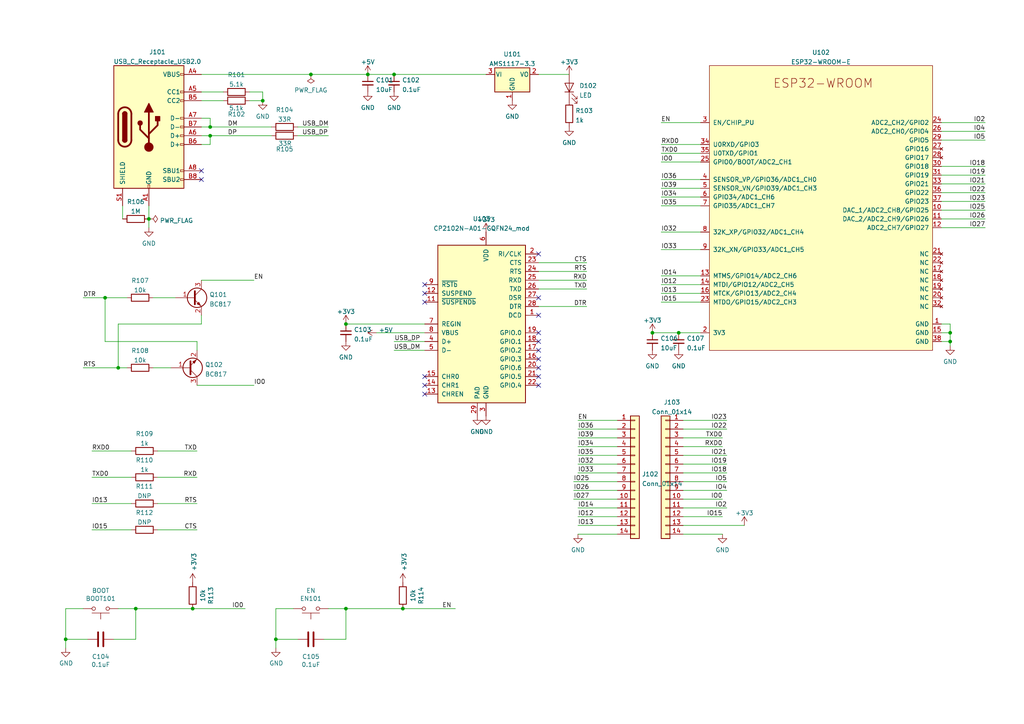
<source format=kicad_sch>
(kicad_sch (version 20211123) (generator eeschema)
  (paper "A4")
  (lib_symbols
    (symbol "Connector:USB_C_Receptacle_USB2.0" (pin_names (offset 1.016))
      (property "Reference" "J" (at -10.16 19.05 0))
      (property "Value" "USB_C_Receptacle_USB2.0" (at 19.05 19.05 0))
      (symbol "USB_C_Receptacle_USB2.0_0_0"
        (rectangle (start -0.254 -17.78) (end 0.254 -16.764))
        (rectangle (start 10.16 -14.986) (end 9.144 -15.494))
        (rectangle (start 10.16 -12.446) (end 9.144 -12.954))
        (rectangle (start 10.16 -4.826) (end 9.144 -5.334))
        (rectangle (start 10.16 -2.286) (end 9.144 -2.794))
        (rectangle (start 10.16 0.254) (end 9.144 -0.254))
        (rectangle (start 10.16 2.794) (end 9.144 2.286))
        (rectangle (start 10.16 7.874) (end 9.144 7.366))
        (rectangle (start 10.16 10.414) (end 9.144 9.906))
        (rectangle (start 10.16 15.494) (end 9.144 14.986))
      )
      (symbol "USB_C_Receptacle_USB2.0_0_1"
        (rectangle (start -10.16 17.78) (end 10.16 -17.78) (stroke (width 0.254)) (fill (type background)))
        (arc (start -8.89 -3.81) (mid -6.985 -5.715) (end -5.08 -3.81) (stroke (width 0.508)))
        (arc (start -7.62 -3.81) (mid -6.985 -4.445) (end -6.35 -3.81) (stroke (width 0.254)))
        (arc (start -7.62 -3.81) (mid -6.985 -4.445) (end -6.35 -3.81) (stroke (width 0.254)) (fill (type outline)))
        (rectangle (start -7.62 -3.81) (end -6.35 3.81) (stroke (width 0.254)) (fill (type outline)))
        (arc (start -6.35 3.81) (mid -6.985 4.445) (end -7.62 3.81) (stroke (width 0.254)))
        (arc (start -6.35 3.81) (mid -6.985 4.445) (end -7.62 3.81) (stroke (width 0.254)) (fill (type outline)))
        (arc (start -5.08 3.81) (mid -6.985 5.715) (end -8.89 3.81) (stroke (width 0.508)))
        (circle (center -2.54 1.143) (radius 0.635) (stroke (width 0.254)) (fill (type outline)))
        (circle (center 0 -5.842) (radius 1.27) (fill (type outline)))
        (polyline (pts (xy -8.89 -3.81) (xy -8.89 3.81)) (stroke (width 0.508)))
        (polyline (pts (xy -5.08 3.81) (xy -5.08 -3.81)) (stroke (width 0.508)))
        (polyline (pts (xy 0 -5.842) (xy 0 4.318)) (stroke (width 0.508)))
        (polyline (pts (xy 0 -3.302) (xy -2.54 -0.762) (xy -2.54 0.508)) (stroke (width 0.508)))
        (polyline (pts (xy 0 -2.032) (xy 2.54 0.508) (xy 2.54 1.778)) (stroke (width 0.508)))
        (polyline (pts (xy -1.27 4.318) (xy 0 6.858) (xy 1.27 4.318) (xy -1.27 4.318)) (stroke (width 0.254)) (fill (type outline)))
        (rectangle (start 1.905 1.778) (end 3.175 3.048) (stroke (width 0.254)) (fill (type outline)))
      )
      (symbol "USB_C_Receptacle_USB2.0_1_1"
        (pin power_in line (at 0 -22.86 90) (length 5.08) (name "GND") (number "A1"))
        (pin power_in line (at 0 -22.86 90) (length 5.08) hide (name "GND") (number "A12"))
        (pin power_in line (at 15.24 15.24 180) (length 5.08) (name "VBUS") (number "A4"))
        (pin bidirectional line (at 15.24 10.16 180) (length 5.08) (name "CC1") (number "A5"))
        (pin bidirectional line (at 15.24 -2.54 180) (length 5.08) (name "D+") (number "A6"))
        (pin bidirectional line (at 15.24 2.54 180) (length 5.08) (name "D-") (number "A7"))
        (pin bidirectional line (at 15.24 -12.7 180) (length 5.08) (name "SBU1") (number "A8"))
        (pin power_in line (at 15.24 15.24 180) (length 5.08) hide (name "VBUS") (number "A9"))
        (pin power_in line (at 0 -22.86 90) (length 5.08) hide (name "GND") (number "B1"))
        (pin power_in line (at 0 -22.86 90) (length 5.08) hide (name "GND") (number "B12"))
        (pin power_in line (at 15.24 15.24 180) (length 5.08) hide (name "VBUS") (number "B4"))
        (pin bidirectional line (at 15.24 7.62 180) (length 5.08) (name "CC2") (number "B5"))
        (pin bidirectional line (at 15.24 -5.08 180) (length 5.08) (name "D+") (number "B6"))
        (pin bidirectional line (at 15.24 0 180) (length 5.08) (name "D-") (number "B7"))
        (pin bidirectional line (at 15.24 -15.24 180) (length 5.08) (name "SBU2") (number "B8"))
        (pin power_in line (at 15.24 15.24 180) (length 5.08) hide (name "VBUS") (number "B9"))
        (pin passive line (at -7.62 -22.86 90) (length 5.08) (name "SHIELD") (number "S1"))
      )
    )
    (symbol "Connector_Generic:Conn_01x14" (pin_names (offset 1.016) hide)
      (property "Reference" "J" (at 0 17.78 0))
      (property "Value" "Conn_01x14" (at 0 -20.32 0))
      (symbol "Conn_01x14_1_1"
        (rectangle (start -1.27 -17.653) (end 0 -17.907) (stroke (width 0.1524)))
        (rectangle (start -1.27 -15.113) (end 0 -15.367) (stroke (width 0.1524)))
        (rectangle (start -1.27 -12.573) (end 0 -12.827) (stroke (width 0.1524)))
        (rectangle (start -1.27 -10.033) (end 0 -10.287) (stroke (width 0.1524)))
        (rectangle (start -1.27 -7.493) (end 0 -7.747) (stroke (width 0.1524)))
        (rectangle (start -1.27 -4.953) (end 0 -5.207) (stroke (width 0.1524)))
        (rectangle (start -1.27 -2.413) (end 0 -2.667) (stroke (width 0.1524)))
        (rectangle (start -1.27 0.127) (end 0 -0.127) (stroke (width 0.1524)))
        (rectangle (start -1.27 2.667) (end 0 2.413) (stroke (width 0.1524)))
        (rectangle (start -1.27 5.207) (end 0 4.953) (stroke (width 0.1524)))
        (rectangle (start -1.27 7.747) (end 0 7.493) (stroke (width 0.1524)))
        (rectangle (start -1.27 10.287) (end 0 10.033) (stroke (width 0.1524)))
        (rectangle (start -1.27 12.827) (end 0 12.573) (stroke (width 0.1524)))
        (rectangle (start -1.27 15.367) (end 0 15.113) (stroke (width 0.1524)))
        (rectangle (start -1.27 16.51) (end 1.27 -19.05) (stroke (width 0.254)) (fill (type background)))
        (pin passive line (at -5.08 15.24 0) (length 3.81) (name "Pin_1") (number "1"))
        (pin passive line (at -5.08 -7.62 0) (length 3.81) (name "Pin_10") (number "10"))
        (pin passive line (at -5.08 -10.16 0) (length 3.81) (name "Pin_11") (number "11"))
        (pin passive line (at -5.08 -12.7 0) (length 3.81) (name "Pin_12") (number "12"))
        (pin passive line (at -5.08 -15.24 0) (length 3.81) (name "Pin_13") (number "13"))
        (pin passive line (at -5.08 -17.78 0) (length 3.81) (name "Pin_14") (number "14"))
        (pin passive line (at -5.08 12.7 0) (length 3.81) (name "Pin_2") (number "2"))
        (pin passive line (at -5.08 10.16 0) (length 3.81) (name "Pin_3") (number "3"))
        (pin passive line (at -5.08 7.62 0) (length 3.81) (name "Pin_4") (number "4"))
        (pin passive line (at -5.08 5.08 0) (length 3.81) (name "Pin_5") (number "5"))
        (pin passive line (at -5.08 2.54 0) (length 3.81) (name "Pin_6") (number "6"))
        (pin passive line (at -5.08 0 0) (length 3.81) (name "Pin_7") (number "7"))
        (pin passive line (at -5.08 -2.54 0) (length 3.81) (name "Pin_8") (number "8"))
        (pin passive line (at -5.08 -5.08 0) (length 3.81) (name "Pin_9") (number "9"))
      )
    )
    (symbol "Device:C" (pin_numbers hide) (pin_names (offset 0.254))
      (property "Reference" "C" (at 0.635 2.54 0))
      (property "Value" "C" (at 0.635 -2.54 0))
      (symbol "C_0_1"
        (polyline (pts (xy -2.032 -0.762) (xy 2.032 -0.762)) (stroke (width 0.508)))
        (polyline (pts (xy -2.032 0.762) (xy 2.032 0.762)) (stroke (width 0.508)))
      )
      (symbol "C_1_1"
        (pin passive line (at 0 3.81 270) (length 2.794) (name "~") (number "1"))
        (pin passive line (at 0 -3.81 90) (length 2.794) (name "~") (number "2"))
      )
    )
    (symbol "Device:C_Small" (pin_numbers hide) (pin_names (offset 0.254) hide)
      (property "Reference" "C" (at 0.254 1.778 0))
      (property "Value" "C_Small" (at 0.254 -2.032 0))
      (symbol "C_Small_0_1"
        (polyline (pts (xy -1.524 -0.508) (xy 1.524 -0.508)) (stroke (width 0.3302)))
        (polyline (pts (xy -1.524 0.508) (xy 1.524 0.508)) (stroke (width 0.3048)))
      )
      (symbol "C_Small_1_1"
        (pin passive line (at 0 2.54 270) (length 2.032) (name "~") (number "1"))
        (pin passive line (at 0 -2.54 90) (length 2.032) (name "~") (number "2"))
      )
    )
    (symbol "Device:LED" (pin_numbers hide) (pin_names (offset 1.016) hide)
      (property "Reference" "D" (at 0 2.54 0))
      (property "Value" "LED" (at 0 -2.54 0))
      (symbol "LED_0_1"
        (polyline (pts (xy -1.27 -1.27) (xy -1.27 1.27)) (stroke (width 0.2032)))
        (polyline (pts (xy -1.27 0) (xy 1.27 0)))
        (polyline (pts (xy 1.27 -1.27) (xy 1.27 1.27) (xy -1.27 0) (xy 1.27 -1.27)) (stroke (width 0.2032)))
        (polyline (pts (xy -3.048 -0.762) (xy -4.572 -2.286) (xy -3.81 -2.286) (xy -4.572 -2.286) (xy -4.572 -1.524)))
        (polyline (pts (xy -1.778 -0.762) (xy -3.302 -2.286) (xy -2.54 -2.286) (xy -3.302 -2.286) (xy -3.302 -1.524)))
      )
      (symbol "LED_1_1"
        (pin passive line (at -3.81 0 0) (length 2.54) (name "K") (number "1"))
        (pin passive line (at 3.81 0 180) (length 2.54) (name "A") (number "2"))
      )
    )
    (symbol "Device:R" (pin_numbers hide) (pin_names (offset 0))
      (property "Reference" "R" (at 2.032 0 90))
      (property "Value" "R" (at 0 0 90))
      (symbol "R_0_1"
        (rectangle (start -1.016 -2.54) (end 1.016 2.54) (stroke (width 0.254)))
      )
      (symbol "R_1_1"
        (pin passive line (at 0 3.81 270) (length 1.27) (name "~") (number "1"))
        (pin passive line (at 0 -3.81 90) (length 1.27) (name "~") (number "2"))
      )
    )
    (symbol "Espressif:ESP32-WROOM-E" (pin_names (offset 1.016))
      (property "Reference" "U" (at 0 43.18 0))
      (property "Value" "ESP32-WROOM-E" (at 0 -41.91 0))
      (symbol "ESP32-WROOM-E_0_1"
        (rectangle (start 33.02 41.91) (end -31.75 -40.64) (fill (type background)))
      )
      (symbol "ESP32-WROOM-E_1_1"
        (text "ESP32-­WROOM­" (at 1.27 36.83 0) (effects (font (size 2.54 2.54))))
        (pin power_in line (at 35.56 -33.02 180) (length 2.54) (name "GND") (number "1"))
        (pin bidirectional line (at 35.56 0 180) (length 2.54) (name "DAC_1/ADC2_CH8/GPIO25") (number "10"))
        (pin bidirectional line (at 35.56 -2.54 180) (length 2.54) (name "DAC_2/ADC2_CH9/GPIO26") (number "11"))
        (pin bidirectional line (at 35.56 -5.08 180) (length 2.54) (name "ADC2_CH7/GPIO27") (number "12"))
        (pin bidirectional line (at -34.29 -19.05 0) (length 2.54) (name "MTMS/GPIO14/ADC2_CH6") (number "13"))
        (pin bidirectional line (at -34.29 -21.59 0) (length 2.54) (name "MTDI/GPIO12/ADC2_CH5") (number "14"))
        (pin power_in line (at 35.56 -35.56 180) (length 2.54) (name "GND") (number "15"))
        (pin bidirectional line (at -34.29 -24.13 0) (length 2.54) (name "MTCK/GPIO13/ADC2_CH4") (number "16"))
        (pin no_connect line (at 35.56 -17.78 180) (length 2.54) (name "NC") (number "17"))
        (pin no_connect line (at 35.56 -20.32 180) (length 2.54) (name "NC") (number "18"))
        (pin no_connect line (at 35.56 -22.86 180) (length 2.54) (name "NC") (number "19"))
        (pin power_in line (at -34.29 -35.56 0) (length 2.54) (name "3V3") (number "2"))
        (pin no_connect line (at 35.56 -25.4 180) (length 2.54) (name "NC") (number "20"))
        (pin no_connect line (at 35.56 -12.7 180) (length 2.54) (name "NC") (number "21"))
        (pin no_connect line (at 35.56 -15.24 180) (length 2.54) (name "NC") (number "22"))
        (pin bidirectional line (at -34.29 -26.67 0) (length 2.54) (name "MTDO/GPIO15/ADC2_CH3") (number "23"))
        (pin bidirectional line (at 35.56 25.4 180) (length 2.54) (name "ADC2_CH2/GPIO2") (number "24"))
        (pin bidirectional line (at -34.29 13.97 0) (length 2.54) (name "GPIO0/BOOT/ADC2_CH1") (number "25"))
        (pin bidirectional line (at 35.56 22.86 180) (length 2.54) (name "ADC2_CH0/GPIO4") (number "26"))
        (pin no_connect line (at 35.56 17.78 180) (length 2.54) (name "GPIO16") (number "27"))
        (pin no_connect line (at 35.56 15.24 180) (length 2.54) (name "GPIO17") (number "28"))
        (pin bidirectional line (at 35.56 20.32 180) (length 2.54) (name "GPIO5") (number "29"))
        (pin input line (at -34.29 25.4 0) (length 2.54) (name "EN/CHIP_PU") (number "3"))
        (pin bidirectional line (at 35.56 12.7 180) (length 2.54) (name "GPIO18") (number "30"))
        (pin bidirectional line (at 35.56 10.16 180) (length 2.54) (name "GPIO19") (number "31"))
        (pin no_connect line (at 35.56 -27.94 180) (length 2.54) (name "NC") (number "32"))
        (pin bidirectional line (at 35.56 7.62 180) (length 2.54) (name "GPIO21") (number "33"))
        (pin bidirectional line (at -34.29 19.05 0) (length 2.54) (name "U0RXD/GPIO3") (number "34"))
        (pin bidirectional line (at -34.29 16.51 0) (length 2.54) (name "U0TXD/GPIO1") (number "35"))
        (pin bidirectional line (at 35.56 5.08 180) (length 2.54) (name "GPIO22") (number "36"))
        (pin bidirectional line (at 35.56 2.54 180) (length 2.54) (name "GPIO23") (number "37"))
        (pin power_in line (at 35.56 -38.1 180) (length 2.54) (name "GND") (number "38"))
        (pin input line (at -34.29 8.89 0) (length 2.54) (name "SENSOR_VP/GPIO36/ADC1_CH0") (number "4"))
        (pin input line (at -34.29 6.35 0) (length 2.54) (name "SENSOR_VN/GPIO39/ADC1_CH3") (number "5"))
        (pin input line (at -34.29 3.81 0) (length 2.54) (name "GPIO34/ADC1_CH6") (number "6"))
        (pin input line (at -34.29 1.27 0) (length 2.54) (name "GPIO35/ADC1_CH7") (number "7"))
        (pin bidirectional line (at -34.29 -6.35 0) (length 2.54) (name "32K_XP/GPIO32/ADC1_CH4") (number "8"))
        (pin bidirectional line (at -34.29 -11.43 0) (length 2.54) (name "32K_XN/GPIO33/ADC1_CH5") (number "9"))
      )
    )
    (symbol "Interface_USB:CP2102N-A01-GQFN24_mod" (pin_names (offset 1.016))
      (property "Reference" "U" (at -5.08 22.225 0))
      (property "Value" "CP2102N-A01-GQFN24_mod" (at 2.54 16.51 90))
      (symbol "CP2102N-A01-GQFN24_mod_0_1"
        (rectangle (start -11.43 26.67) (end 13.97 -19.05) (stroke (width 0.254)) (fill (type background)))
      )
      (symbol "CP2102N-A01-GQFN24_mod_1_1"
        (pin input line (at 17.78 6.35 180) (length 3.81) (name "DCD") (number "1"))
        (pin no_connect line (at -7.62 -22.86 90) (length 3.81) hide (name "NC") (number "10"))
        (pin output line (at -15.24 10.16 0) (length 3.81) (name "~{SUSPENDb}") (number "11"))
        (pin output line (at -15.24 12.7 0) (length 3.81) (name "SUSPEND") (number "12"))
        (pin output line (at -15.24 -16.51 0) (length 3.81) (name "CHREN") (number "13"))
        (pin output line (at -15.24 -13.97 0) (length 3.81) (name "CHR1") (number "14"))
        (pin output line (at -15.24 -11.43 0) (length 3.81) (name "CHR0") (number "15"))
        (pin bidirectional line (at 17.78 -6.35 180) (length 3.81) (name "GPIO.3") (number "16"))
        (pin bidirectional line (at 17.78 -3.81 180) (length 3.81) (name "GPIO.2") (number "17"))
        (pin bidirectional line (at 17.78 -1.27 180) (length 3.81) (name "GPIO.1") (number "18"))
        (pin bidirectional line (at 17.78 1.27 180) (length 3.81) (name "GPIO.0") (number "19"))
        (pin bidirectional line (at 17.78 24.13 180) (length 3.81) (name "RI/CLK") (number "2"))
        (pin bidirectional line (at 17.78 -8.89 180) (length 3.81) (name "GPIO.6") (number "20"))
        (pin bidirectional line (at 17.78 -11.43 180) (length 3.81) (name "GPIO.5") (number "21"))
        (pin bidirectional line (at 17.78 -13.97 180) (length 3.81) (name "GPIO.4") (number "22"))
        (pin input line (at 17.78 21.59 180) (length 3.81) (name "CTS") (number "23"))
        (pin output line (at 17.78 19.05 180) (length 3.81) (name "RTS") (number "24"))
        (pin input line (at 17.78 16.51 180) (length 3.81) (name "RXD") (number "25"))
        (pin output line (at 17.78 13.97 180) (length 3.81) (name "TXD") (number "26"))
        (pin input line (at 17.78 11.43 180) (length 3.81) (name "DSR") (number "27"))
        (pin output line (at 17.78 8.89 180) (length 3.81) (name "DTR") (number "28"))
        (pin power_in line (at 0 -22.86 90) (length 3.81) (name "PAD") (number "29"))
        (pin power_in line (at 2.54 -22.86 90) (length 3.81) (name "GND") (number "3"))
        (pin bidirectional line (at -15.24 -1.27 0) (length 3.81) (name "D+") (number "4"))
        (pin bidirectional line (at -15.24 -3.81 0) (length 3.81) (name "D-") (number "5"))
        (pin bidirectional line (at 2.54 30.48 270) (length 3.81) (name "VDD") (number "6"))
        (pin power_in line (at -15.24 3.81 0) (length 3.81) (name "REGIN") (number "7"))
        (pin input line (at -15.24 1.27 0) (length 3.81) (name "VBUS") (number "8"))
        (pin input line (at -15.24 15.24 0) (length 3.81) (name "~{RSTb}") (number "9"))
      )
    )
    (symbol "Regulator_Linear:AMS1117-3.3" (pin_names (offset 0.254))
      (property "Reference" "U" (at -3.81 3.175 0))
      (property "Value" "AMS1117-3.3" (at 0 3.175 0))
      (symbol "AMS1117-3.3_0_1"
        (rectangle (start -5.08 -5.08) (end 5.08 1.905) (stroke (width 0.254)) (fill (type background)))
      )
      (symbol "AMS1117-3.3_1_1"
        (pin power_in line (at 0 -7.62 90) (length 2.54) (name "GND") (number "1"))
        (pin power_out line (at 7.62 0 180) (length 2.54) (name "VO") (number "2"))
        (pin power_in line (at -7.62 0 0) (length 2.54) (name "VI") (number "3"))
      )
    )
    (symbol "Switch:SW_Push" (pin_numbers hide) (pin_names (offset 1.016) hide)
      (property "Reference" "SW" (at 1.27 2.54 0))
      (property "Value" "SW_Push" (at 0 -1.524 0))
      (symbol "SW_Push_0_1"
        (circle (center -2.032 0) (radius 0.508))
        (polyline (pts (xy 0 1.27) (xy 0 3.048)))
        (polyline (pts (xy 2.54 1.27) (xy -2.54 1.27)))
        (circle (center 2.032 0) (radius 0.508))
        (pin passive line (at -5.08 0 0) (length 2.54) (name "1") (number "1"))
        (pin passive line (at 5.08 0 180) (length 2.54) (name "2") (number "2"))
      )
    )
    (symbol "Transistor_BJT:BC817" (pin_names (offset 0) hide)
      (property "Reference" "Q" (at 5.08 1.905 0))
      (property "Value" "BC817" (at 5.08 0 0))
      (symbol "BC817_0_1"
        (polyline (pts (xy 0.635 0.635) (xy 2.54 2.54)))
        (polyline (pts (xy 0.635 -0.635) (xy 2.54 -2.54) (xy 2.54 -2.54)))
        (polyline (pts (xy 0.635 1.905) (xy 0.635 -1.905) (xy 0.635 -1.905)) (stroke (width 0.508)))
        (polyline (pts (xy 1.27 -1.778) (xy 1.778 -1.27) (xy 2.286 -2.286) (xy 1.27 -1.778) (xy 1.27 -1.778)) (fill (type outline)))
        (circle (center 1.27 0) (radius 2.8194) (stroke (width 0.254)))
      )
      (symbol "BC817_1_1"
        (pin input line (at -5.08 0 0) (length 5.715) (name "B") (number "1"))
        (pin passive line (at 2.54 -5.08 90) (length 2.54) (name "E") (number "2"))
        (pin passive line (at 2.54 5.08 270) (length 2.54) (name "C") (number "3"))
      )
    )
    (symbol "power:+3V3" (power) (pin_names (offset 0))
      (property "Value" "+3V3" (at 0 3.556 0))
      (symbol "+3V3_0_1"
        (polyline (pts (xy -0.762 1.27) (xy 0 2.54)))
        (polyline (pts (xy 0 0) (xy 0 2.54)))
        (polyline (pts (xy 0 2.54) (xy 0.762 1.27)))
      )
      (symbol "+3V3_1_1"
        (pin power_in line (at 0 0 90) (length 0) hide (name "+3V3") (number "1"))
      )
    )
    (symbol "power:+5V" (power) (pin_names (offset 0))
      (property "Value" "+5V" (at 0 3.556 0))
      (symbol "+5V_0_1"
        (polyline (pts (xy -0.762 1.27) (xy 0 2.54)))
        (polyline (pts (xy 0 0) (xy 0 2.54)))
        (polyline (pts (xy 0 2.54) (xy 0.762 1.27)))
      )
      (symbol "+5V_1_1"
        (pin power_in line (at 0 0 90) (length 0) hide (name "+5V") (number "1"))
      )
    )
    (symbol "power:GND" (power) (pin_names (offset 0))
      (property "Value" "GND" (at 0 -3.81 0))
      (symbol "GND_0_1"
        (polyline (pts (xy 0 0) (xy 0 -1.27) (xy 1.27 -1.27) (xy 0 -2.54) (xy -1.27 -1.27) (xy 0 -1.27)))
      )
      (symbol "GND_1_1"
        (pin power_in line (at 0 0 270) (length 0) hide (name "GND") (number "1"))
      )
    )
    (symbol "power:PWR_FLAG" (power) (pin_numbers hide) (pin_names (offset 0) hide)
      (property "Value" "PWR_FLAG" (at 0 3.81 0))
      (symbol "PWR_FLAG_0_0"
        (pin power_out line (at 0 0 90) (length 0) (name "pwr") (number "1"))
      )
      (symbol "PWR_FLAG_0_1"
        (polyline (pts (xy 0 0) (xy 0 1.27) (xy -1.016 1.905) (xy 0 2.54) (xy 1.016 1.905) (xy 0 1.27)))
      )
    )
  )
  (junction (at 100.33 93.98))
  (junction (at 34.29 106.68))
  (junction (at 100.33 176.53))
  (junction (at 106.68 21.59))
  (junction (at 43.18 63.5))
  (junction (at 39.37 176.53))
  (junction (at 275.59 96.52))
  (junction (at 60.96 39.37))
  (junction (at 275.59 99.06))
  (junction (at 55.88 176.53))
  (junction (at 80.01 185.42))
  (junction (at 189.23 96.52))
  (junction (at 196.85 96.52))
  (junction (at 116.84 176.53))
  (junction (at 19.05 185.42))
  (junction (at 76.2 29.21))
  (junction (at 114.3 21.59))
  (junction (at 60.96 36.83))
  (junction (at 90.17 21.59))
  (junction (at 30.48 86.36))
  (no_connect (at 123.19 82.55))
  (no_connect (at 123.19 85.09))
  (no_connect (at 123.19 87.63))
  (no_connect (at 123.19 109.22))
  (no_connect (at 123.19 111.76))
  (no_connect (at 123.19 114.3))
  (no_connect (at 156.21 96.52))
  (no_connect (at 156.21 99.06))
  (no_connect (at 156.21 101.6))
  (no_connect (at 156.21 104.14))
  (no_connect (at 58.42 49.53))
  (no_connect (at 58.42 52.07))
  (no_connect (at 156.21 106.68))
  (no_connect (at 156.21 109.22))
  (no_connect (at 156.21 111.76))
  (no_connect (at 156.21 86.36))
  (no_connect (at 156.21 91.44))
  (no_connect (at 156.21 73.66))
  (wire (pts (xy 58.42 29.21) (xy 64.77 29.21)))
  (wire (pts (xy 191.77 44.45) (xy 203.2 44.45)))
  (wire (pts (xy 109.22 96.52) (xy 123.19 96.52)))
  (wire (pts (xy 26.67 130.81) (xy 38.1 130.81)))
  (wire (pts (xy 191.77 52.07) (xy 203.2 52.07)))
  (wire (pts (xy 72.39 26.67) (xy 76.2 26.67)))
  (wire (pts (xy 76.2 26.67) (xy 76.2 29.21)))
  (wire (pts (xy 273.05 60.96) (xy 285.75 60.96)))
  (wire (pts (xy 209.55 154.94) (xy 198.12 154.94)))
  (wire (pts (xy 273.05 55.88) (xy 285.75 55.88)))
  (wire (pts (xy 191.77 35.56) (xy 203.2 35.56)))
  (wire (pts (xy 167.64 134.62) (xy 179.07 134.62)))
  (wire (pts (xy 167.64 152.4) (xy 179.07 152.4)))
  (wire (pts (xy 198.12 134.62) (xy 210.82 134.62)))
  (wire (pts (xy 86.36 36.83) (xy 95.25 36.83)))
  (wire (pts (xy 156.21 78.74) (xy 170.18 78.74)))
  (wire (pts (xy 189.23 96.52) (xy 196.85 96.52)))
  (wire (pts (xy 100.33 93.98) (xy 123.19 93.98)))
  (wire (pts (xy 273.05 38.1) (xy 285.75 38.1)))
  (wire (pts (xy 26.67 146.05) (xy 38.1 146.05)))
  (wire (pts (xy 179.07 139.7) (xy 166.37 139.7)))
  (wire (pts (xy 191.77 85.09) (xy 203.2 85.09)))
  (wire (pts (xy 45.72 146.05) (xy 57.15 146.05)))
  (wire (pts (xy 179.07 144.78) (xy 166.37 144.78)))
  (wire (pts (xy 198.12 142.24) (xy 210.82 142.24)))
  (wire (pts (xy 30.48 86.36) (xy 36.83 86.36)))
  (wire (pts (xy 95.25 176.53) (xy 100.33 176.53)))
  (wire (pts (xy 156.21 81.28) (xy 170.18 81.28)))
  (wire (pts (xy 191.77 72.39) (xy 203.2 72.39)))
  (wire (pts (xy 19.05 176.53) (xy 24.13 176.53)))
  (wire (pts (xy 58.42 41.91) (xy 60.96 41.91)))
  (wire (pts (xy 60.96 39.37) (xy 58.42 39.37)))
  (wire (pts (xy 60.96 41.91) (xy 60.96 39.37)))
  (wire (pts (xy 39.37 185.42) (xy 39.37 176.53)))
  (wire (pts (xy 167.64 132.08) (xy 179.07 132.08)))
  (wire (pts (xy 58.42 81.28) (xy 73.66 81.28)))
  (wire (pts (xy 44.45 86.36) (xy 50.8 86.36)))
  (wire (pts (xy 198.12 137.16) (xy 210.82 137.16)))
  (wire (pts (xy 24.13 86.36) (xy 30.48 86.36)))
  (wire (pts (xy 30.48 86.36) (xy 30.48 99.06)))
  (wire (pts (xy 30.48 99.06) (xy 57.15 99.06)))
  (wire (pts (xy 57.15 99.06) (xy 57.15 101.6)))
  (wire (pts (xy 57.15 111.76) (xy 73.66 111.76)))
  (wire (pts (xy 179.07 142.24) (xy 166.37 142.24)))
  (wire (pts (xy 191.77 46.99) (xy 203.2 46.99)))
  (wire (pts (xy 196.85 96.52) (xy 203.2 96.52)))
  (wire (pts (xy 167.64 121.92) (xy 179.07 121.92)))
  (wire (pts (xy 273.05 99.06) (xy 275.59 99.06)))
  (wire (pts (xy 167.64 154.94) (xy 179.07 154.94)))
  (wire (pts (xy 80.01 176.53) (xy 85.09 176.53)))
  (wire (pts (xy 209.55 149.86) (xy 198.12 149.86)))
  (wire (pts (xy 114.3 21.59) (xy 140.97 21.59)))
  (wire (pts (xy 93.98 185.42) (xy 100.33 185.42)))
  (wire (pts (xy 273.05 35.56) (xy 285.75 35.56)))
  (wire (pts (xy 198.12 132.08) (xy 210.82 132.08)))
  (wire (pts (xy 167.64 124.46) (xy 179.07 124.46)))
  (wire (pts (xy 273.05 58.42) (xy 285.75 58.42)))
  (wire (pts (xy 273.05 66.04) (xy 285.75 66.04)))
  (wire (pts (xy 191.77 54.61) (xy 203.2 54.61)))
  (wire (pts (xy 43.18 63.5) (xy 43.18 66.04)))
  (wire (pts (xy 24.13 106.68) (xy 34.29 106.68)))
  (wire (pts (xy 34.29 93.98) (xy 58.42 93.98)))
  (wire (pts (xy 34.29 106.68) (xy 34.29 93.98)))
  (wire (pts (xy 58.42 93.98) (xy 58.42 91.44)))
  (wire (pts (xy 58.42 21.59) (xy 90.17 21.59)))
  (wire (pts (xy 90.17 21.59) (xy 106.68 21.59)))
  (wire (pts (xy 26.67 138.43) (xy 38.1 138.43)))
  (wire (pts (xy 156.21 21.59) (xy 165.1 21.59)))
  (wire (pts (xy 156.21 83.82) (xy 170.18 83.82)))
  (wire (pts (xy 198.12 139.7) (xy 210.82 139.7)))
  (wire (pts (xy 167.64 127) (xy 179.07 127)))
  (wire (pts (xy 273.05 63.5) (xy 285.75 63.5)))
  (wire (pts (xy 45.72 153.67) (xy 57.15 153.67)))
  (wire (pts (xy 39.37 176.53) (xy 55.88 176.53)))
  (wire (pts (xy 35.56 59.69) (xy 35.56 63.5)))
  (wire (pts (xy 123.19 99.06) (xy 114.3 99.06)))
  (wire (pts (xy 167.64 147.32) (xy 179.07 147.32)))
  (wire (pts (xy 45.72 138.43) (xy 57.15 138.43)))
  (wire (pts (xy 167.64 149.86) (xy 179.07 149.86)))
  (wire (pts (xy 25.4 185.42) (xy 19.05 185.42)))
  (wire (pts (xy 58.42 34.29) (xy 60.96 34.29)))
  (wire (pts (xy 60.96 34.29) (xy 60.96 36.83)))
  (wire (pts (xy 60.96 36.83) (xy 58.42 36.83)))
  (wire (pts (xy 191.77 41.91) (xy 203.2 41.91)))
  (wire (pts (xy 209.55 144.78) (xy 198.12 144.78)))
  (wire (pts (xy 45.72 130.81) (xy 57.15 130.81)))
  (wire (pts (xy 273.05 48.26) (xy 285.75 48.26)))
  (wire (pts (xy 72.39 29.21) (xy 76.2 29.21)))
  (wire (pts (xy 100.33 176.53) (xy 116.84 176.53)))
  (wire (pts (xy 156.21 88.9) (xy 170.18 88.9)))
  (wire (pts (xy 167.64 137.16) (xy 179.07 137.16)))
  (wire (pts (xy 273.05 96.52) (xy 275.59 96.52)))
  (wire (pts (xy 191.77 80.01) (xy 203.2 80.01)))
  (wire (pts (xy 209.55 127) (xy 198.12 127)))
  (wire (pts (xy 198.12 152.4) (xy 215.9 152.4)))
  (wire (pts (xy 100.33 185.42) (xy 100.33 176.53)))
  (wire (pts (xy 209.55 129.54) (xy 198.12 129.54)))
  (wire (pts (xy 86.36 185.42) (xy 80.01 185.42)))
  (wire (pts (xy 80.01 185.42) (xy 80.01 187.96)))
  (wire (pts (xy 275.59 93.98) (xy 273.05 93.98)))
  (wire (pts (xy 275.59 96.52) (xy 275.59 93.98)))
  (wire (pts (xy 275.59 99.06) (xy 275.59 96.52)))
  (wire (pts (xy 275.59 100.33) (xy 275.59 99.06)))
  (wire (pts (xy 123.19 101.6) (xy 114.3 101.6)))
  (wire (pts (xy 58.42 26.67) (xy 64.77 26.67)))
  (wire (pts (xy 34.29 176.53) (xy 39.37 176.53)))
  (wire (pts (xy 60.96 36.83) (xy 78.74 36.83)))
  (wire (pts (xy 191.77 87.63) (xy 203.2 87.63)))
  (wire (pts (xy 44.45 106.68) (xy 49.53 106.68)))
  (wire (pts (xy 34.29 106.68) (xy 36.83 106.68)))
  (wire (pts (xy 106.68 21.59) (xy 114.3 21.59)))
  (wire (pts (xy 273.05 40.64) (xy 285.75 40.64)))
  (wire (pts (xy 60.96 39.37) (xy 78.74 39.37)))
  (wire (pts (xy 273.05 50.8) (xy 285.75 50.8)))
  (wire (pts (xy 33.02 185.42) (xy 39.37 185.42)))
  (wire (pts (xy 273.05 53.34) (xy 285.75 53.34)))
  (wire (pts (xy 191.77 67.31) (xy 203.2 67.31)))
  (wire (pts (xy 198.12 147.32) (xy 210.82 147.32)))
  (wire (pts (xy 19.05 185.42) (xy 19.05 187.96)))
  (wire (pts (xy 167.64 129.54) (xy 179.07 129.54)))
  (wire (pts (xy 198.12 121.92) (xy 210.82 121.92)))
  (wire (pts (xy 43.18 59.69) (xy 43.18 63.5)))
  (wire (pts (xy 191.77 59.69) (xy 203.2 59.69)))
  (wire (pts (xy 26.67 153.67) (xy 38.1 153.67)))
  (wire (pts (xy 198.12 124.46) (xy 210.82 124.46)))
  (wire (pts (xy 116.84 176.53) (xy 132.08 176.53)))
  (wire (pts (xy 80.01 185.42) (xy 80.01 176.53)))
  (wire (pts (xy 55.88 176.53) (xy 71.12 176.53)))
  (wire (pts (xy 191.77 57.15) (xy 203.2 57.15)))
  (wire (pts (xy 86.36 39.37) (xy 95.25 39.37)))
  (wire (pts (xy 156.21 76.2) (xy 170.18 76.2)))
  (wire (pts (xy 19.05 185.42) (xy 19.05 176.53)))
  (wire (pts (xy 191.77 82.55) (xy 203.2 82.55)))
  (label "IO14" (at 191.77 80.01 0))
  (label "DP" (at 66.04 39.37 0))
  (label "IO25" (at 166.37 139.7 0))
  (label "USB_DM" (at 121.92 101.6 180))
  (label "IO18" (at 285.75 48.26 180))
  (label "EN" (at 191.77 35.56 0))
  (label "IO33" (at 167.64 137.16 0))
  (label "RXD0" (at 26.67 130.81 0))
  (label "IO2" (at 285.75 35.56 180))
  (label "IO25" (at 285.75 60.96 180))
  (label "IO2" (at 210.82 147.32 180))
  (label "IO13" (at 26.67 146.05 0))
  (label "RTS" (at 24.13 106.68 0))
  (label "IO19" (at 285.75 50.8 180))
  (label "TXD0" (at 191.77 44.45 0))
  (label "IO0" (at 191.77 46.99 0))
  (label "IO4" (at 285.75 38.1 180))
  (label "IO36" (at 167.64 124.46 0))
  (label "RXD0" (at 191.77 41.91 0))
  (label "IO12" (at 167.64 149.86 0))
  (label "IO13" (at 191.77 85.09 0))
  (label "IO39" (at 191.77 54.61 0))
  (label "IO35" (at 167.64 132.08 0))
  (label "IO23" (at 285.75 58.42 180))
  (label "IO15" (at 191.77 87.63 0))
  (label "IO15" (at 209.55 149.86 180))
  (label "EN" (at 128.27 176.53 0))
  (label "IO26" (at 166.37 142.24 0))
  (label "USB_DM" (at 87.63 36.83 0))
  (label "TXD0" (at 209.55 127 180))
  (label "EN" (at 167.64 121.92 0))
  (label "IO0" (at 67.31 176.53 0))
  (label "IO27" (at 285.75 66.04 180))
  (label "IO21" (at 210.82 132.08 180))
  (label "DM" (at 66.04 36.83 0))
  (label "IO18" (at 210.82 137.16 180))
  (label "IO22" (at 285.75 55.88 180))
  (label "DTR" (at 170.18 88.9 180))
  (label "IO19" (at 210.82 134.62 180))
  (label "IO22" (at 210.82 124.46 180))
  (label "RTS" (at 57.15 146.05 180))
  (label "CTS" (at 57.15 153.67 180))
  (label "TXD0" (at 26.67 138.43 0))
  (label "DTR" (at 24.13 86.36 0))
  (label "IO27" (at 166.37 144.78 0))
  (label "IO26" (at 285.75 63.5 180))
  (label "RXD" (at 170.18 81.28 180))
  (label "TXD" (at 170.18 83.82 180))
  (label "IO0" (at 209.55 144.78 180))
  (label "USB_DP" (at 87.63 39.37 0))
  (label "IO0" (at 73.66 111.76 0))
  (label "IO34" (at 167.64 129.54 0))
  (label "IO32" (at 167.64 134.62 0))
  (label "EN" (at 73.66 81.28 0))
  (label "IO14" (at 167.64 147.32 0))
  (label "RXD0" (at 209.55 129.54 180))
  (label "TXD" (at 57.15 130.81 180))
  (label "IO39" (at 167.64 127 0))
  (label "IO5" (at 210.82 139.7 180))
  (label "IO36" (at 191.77 52.07 0))
  (label "IO32" (at 191.77 67.31 0))
  (label "IO4" (at 210.82 142.24 180))
  (label "IO5" (at 285.75 40.64 180))
  (label "IO12" (at 191.77 82.55 0))
  (label "CTS" (at 170.18 76.2 180))
  (label "IO35" (at 191.77 59.69 0))
  (label "IO34" (at 191.77 57.15 0))
  (label "IO21" (at 285.75 53.34 180))
  (label "IO23" (at 210.82 121.92 180))
  (label "IO13" (at 167.64 152.4 0))
  (label "USB_DP" (at 121.92 99.06 180))
  (label "IO33" (at 191.77 72.39 0))
  (label "RTS" (at 170.18 78.74 180))
  (label "RXD" (at 57.15 138.43 180))
  (label "IO15" (at 26.67 153.67 0))
  (symbol (lib_id "Device:R") (at 40.64 106.68 90) (unit 1)
    (property "Reference" "R108" (at 40.64 101.6975 90))
    (property "Value" "10k" (at 40.64 104.4726 90))
    (property "Footprint" "Resistor_SMD:R_0603_1608Metric" (effects hide))
  )
  (symbol (lib_id "Device:C_Small") (at 196.85 99.06 0) (unit 1)
    (property "Reference" "C107" (at 199.1741 98.1515 0) (effects (justify left)))
    (property "Value" "0.1uF" (at 199.1741 100.9266 0) (effects (justify left)))
    (property "Footprint" "Capacitor_SMD:C_0603_1608Metric" (effects hide))
  )
  (symbol (lib_id "power:GND") (at 76.2 29.21 0) (unit 1)
    (property "Reference" "#PWR0106" (effects hide))
    (property "Value" "GND" (at 76.2 33.7724 0))
  )
  (symbol (lib_id "Device:R") (at 165.1 33.02 180) (unit 1)
    (property "Reference" "R103" (at 166.878 32.1115 0) (effects (justify right)))
    (property "Value" "1k" (at 166.878 34.8866 0) (effects (justify right)))
    (property "Footprint" "Resistor_SMD:R_0603_1608Metric" (effects hide))
  )
  (symbol (lib_id "Interface_USB:CP2102N-A01-GQFN24_mod") (at 138.43 97.79 0) (unit 1)
    (property "Reference" "U103" (at 139.7 63.4704 0))
    (property "Value" "CP2102N-A01-GQFN24_mod" (at 139.7 66.2455 0))
    (property "Footprint" "Package_DFN_QFN:QFN-28-1EP_5x5mm_P0.5mm_EP3.35x3.35mm" (effects hide))
    (property "Datasheet" "http://www.silabs.com/support%20documents/technicaldocs/cp2102n-datasheet.pdf" (effects hide))
  )
  (symbol (lib_id "Transistor_BJT:BC817") (at 55.88 86.36 0) (unit 1)
    (property "Reference" "Q101" (at 60.7313 85.4515 0) (effects (justify left)))
    (property "Value" "BC817" (at 60.7313 88.2266 0) (effects (justify left)))
    (property "Footprint" "Package_TO_SOT_SMD:SOT-23" (effects hide))
    (property "Datasheet" "http://www.fairchildsemi.com/ds/BC/BC817.pdf" (effects hide))
  )
  (symbol (lib_id "Connector_Generic:Conn_01x14") (at 184.15 137.16 0) (unit 1)
    (property "Reference" "J102" (at 186.1819 137.5215 0) (effects (justify left)))
    (property "Value" "Conn_01x14" (at 186.1819 140.2966 0) (effects (justify left)))
    (property "Footprint" "Connector_PinSocket_2.54mm:PinSocket_1x14_P2.54mm_Vertical" (effects hide))
  )
  (symbol (lib_id "Device:R") (at 68.58 29.21 90) (unit 1)
    (property "Reference" "R102" (at 68.58 33.1175 90))
    (property "Value" "5.1k" (at 68.5479 31.3598 90))
    (property "Footprint" "Resistor_SMD:R_0603_1608Metric" (effects hide))
  )
  (symbol (lib_id "power:GND") (at 100.33 99.06 0) (unit 1)
    (property "Reference" "#PWR0113" (effects hide))
    (property "Value" "GND" (at 100.33 103.6224 0))
  )
  (symbol (lib_id "power:GND") (at 165.1 36.83 0) (unit 1)
    (property "Reference" "#PWR0108" (effects hide))
    (property "Value" "GND" (at 165.1 41.3924 0))
  )
  (symbol (lib_id "power:GND") (at 167.64 154.94 0) (unit 1)
    (property "Reference" "#PWR0120" (effects hide))
    (property "Value" "GND" (at 167.64 159.5024 0))
  )
  (symbol (lib_id "power:+5V") (at 106.68 21.59 0) (unit 1)
    (property "Reference" "#PWR0102" (effects hide))
    (property "Value" "+5V" (at 106.68 17.9855 0))
  )
  (symbol (lib_id "Device:R") (at 55.88 172.72 180) (unit 1)
    (property "Reference" "R113" (at 61.1378 172.72 90))
    (property "Value" "10k" (at 58.8264 172.72 90))
    (property "Footprint" "Resistor_SMD:R_0603_1608Metric_Pad1.05x0.95mm_HandSolder" (effects hide))
    (property "MFGR" "Stackpole" (effects hide))
    (property "MPN" "RMCF0603JG10K0" (effects hide))
  )
  (symbol (lib_id "power:GND") (at 106.68 26.67 0) (unit 1)
    (property "Reference" "#PWR0104" (effects hide))
    (property "Value" "GND" (at 106.68 31.2324 0))
  )
  (symbol (lib_id "Device:R") (at 82.55 39.37 90) (unit 1)
    (property "Reference" "R105" (at 82.55 43.2775 90))
    (property "Value" "33R" (at 82.6736 41.6138 90))
    (property "Footprint" "Resistor_SMD:R_0603_1608Metric" (effects hide))
  )
  (symbol (lib_id "Device:R") (at 116.84 172.72 180) (unit 1)
    (property "Reference" "R114" (at 122.0978 172.72 90))
    (property "Value" "10k" (at 119.7864 172.72 90))
    (property "Footprint" "Resistor_SMD:R_0603_1608Metric_Pad1.05x0.95mm_HandSolder" (effects hide))
    (property "MFGR" "Stackpole" (effects hide))
    (property "MPN" "RMCF0603JG10K0" (effects hide))
  )
  (symbol (lib_id "power:PWR_FLAG") (at 43.18 63.5 270) (unit 1)
    (property "Reference" "#FLG0102" (effects hide))
    (property "Value" "PWR_FLAG" (at 46.355 63.979 90) (effects (justify left)))
  )
  (symbol (lib_id "Switch:SW_Push") (at 29.21 176.53 180) (unit 1)
    (property "Reference" "BOOT101" (at 29.21 173.609 0))
    (property "Value" "BOOT" (at 29.21 171.2976 0))
    (property "Footprint" "ToyTronics:KMR241GLFS" (effects hide))
    (property "MFGR" "C&K" (effects hide))
    (property "MPN" "KMR241GLFS" (effects hide))
  )
  (symbol (lib_id "power:+3V3") (at 165.1 21.59 0) (unit 1)
    (property "Reference" "#PWR0103" (effects hide))
    (property "Value" "+3V3" (at 165.1 17.9855 0))
  )
  (symbol (lib_id "Espressif:ESP32-WROOM-E") (at 237.49 60.96 0) (unit 1)
    (property "Reference" "U102" (at 238.125 15.2105 0))
    (property "Value" "ESP32-WROOM-E" (at 238.125 17.9856 0))
    (property "Footprint" "Espressif:ESP32-WROOM-32E" (effects hide))
    (property "Datasheet" "https://www.espressif.com/sites/default/files/documentation/esp32-wroom-32e_esp32-wroom-32ue_datasheet_en.pdf" (effects hide))
  )
  (symbol (lib_id "Regulator_Linear:AMS1117-3.3") (at 148.59 21.59 0) (unit 1)
    (property "Reference" "U101" (at 148.59 15.7184 0))
    (property "Value" "AMS1117-3.3" (at 148.59 18.4935 0))
    (property "Footprint" "Package_TO_SOT_SMD:SOT-223-3_TabPin2" (effects hide))
    (property "Datasheet" "http://www.advanced-monolithic.com/pdf/ds1117.pdf" (effects hide))
  )
  (symbol (lib_id "Device:R") (at 82.55 36.83 90) (unit 1)
    (property "Reference" "R104" (at 82.55 31.8475 90))
    (property "Value" "33R" (at 82.55 34.6226 90))
    (property "Footprint" "Resistor_SMD:R_0603_1608Metric" (effects hide))
  )
  (symbol (lib_id "Device:C_Small") (at 106.68 24.13 0) (unit 1)
    (property "Reference" "C101" (at 109.0041 23.2215 0) (effects (justify left)))
    (property "Value" "10uF" (at 109.0041 25.9966 0) (effects (justify left)))
    (property "Footprint" "Capacitor_SMD:C_0805_2012Metric" (effects hide))
  )
  (symbol (lib_id "power:+3V3") (at 215.9 152.4 0) (unit 1)
    (property "Reference" "#PWR0121" (effects hide))
    (property "Value" "+3V3" (at 215.9 148.7955 0))
  )
  (symbol (lib_id "power:GND") (at 275.59 100.33 0) (unit 1)
    (property "Reference" "#PWR0122" (effects hide))
    (property "Value" "GND" (at 275.59 104.8924 0))
  )
  (symbol (lib_id "Device:C_Small") (at 189.23 99.06 0) (unit 1)
    (property "Reference" "C106" (at 191.5541 98.1515 0) (effects (justify left)))
    (property "Value" "10uF" (at 191.5541 100.9266 0) (effects (justify left)))
    (property "Footprint" "Capacitor_SMD:C_0805_2012Metric" (effects hide))
  )
  (symbol (lib_id "Device:R") (at 39.37 63.5 90) (unit 1)
    (property "Reference" "R106" (at 39.37 58.5175 90))
    (property "Value" "1M" (at 39.37 61.2926 90))
    (property "Footprint" "Resistor_SMD:R_0603_1608Metric" (effects hide))
  )
  (symbol (lib_id "power:+3V3") (at 116.84 168.91 0) (unit 1)
    (property "Reference" "#PWR0117" (effects hide))
    (property "Value" "+3V3" (at 117.221 165.6588 90) (effects (justify left)))
  )
  (symbol (lib_id "Device:C_Small") (at 100.33 96.52 0) (unit 1)
    (property "Reference" "C103" (at 102.6541 95.6115 0) (effects (justify left)))
    (property "Value" "0.1uF" (at 102.6541 98.3866 0) (effects (justify left)))
    (property "Footprint" "Capacitor_SMD:C_0603_1608Metric" (effects hide))
  )
  (symbol (lib_id "Device:R") (at 41.91 138.43 90) (unit 1)
    (property "Reference" "R110" (at 41.91 133.4475 90))
    (property "Value" "1k" (at 41.91 136.2226 90))
    (property "Footprint" "Resistor_SMD:R_0603_1608Metric" (effects hide))
  )
  (symbol (lib_id "Device:R") (at 68.58 26.67 90) (unit 1)
    (property "Reference" "R101" (at 68.58 21.6875 90))
    (property "Value" "5.1k" (at 68.58 24.4626 90))
    (property "Footprint" "Resistor_SMD:R_0603_1608Metric" (effects hide))
  )
  (symbol (lib_id "power:+5V") (at 109.22 96.52 90) (unit 1)
    (property "Reference" "#PWR0112" (effects hide))
    (property "Value" "+5V" (at 109.8551 95.729 90) (effects (justify right)))
  )
  (symbol (lib_id "Connector:USB_C_Receptacle_USB2.0") (at 43.18 36.83 0) (unit 1)
    (property "Reference" "J101" (at 45.6565 15.0834 0))
    (property "Value" "USB_C_Receptacle_USB2.0" (at 45.6565 17.8585 0))
    (property "Footprint" "USB-C-Power-tester:TYPE-C-31-M-12" (effects hide))
    (property "Datasheet" "https://www.usb.org/sites/default/files/documents/usb_type-c.zip" (effects hide))
  )
  (symbol (lib_id "Device:C") (at 29.21 185.42 270) (unit 1)
    (property "Reference" "C104" (at 29.21 190.4492 90))
    (property "Value" "0.1uF" (at 29.21 192.7606 90))
    (property "Footprint" "Capacitor_SMD:C_0603_1608Metric" (effects hide))
    (property "MFGR" "Samsung" (effects hide))
    (property "MPN" "CL10B104KO8NFNC" (effects hide))
  )
  (symbol (lib_id "power:GND") (at 43.18 66.04 0) (unit 1)
    (property "Reference" "#PWR0109" (effects hide))
    (property "Value" "GND" (at 43.18 70.6024 0))
  )
  (symbol (lib_id "power:GND") (at 19.05 187.96 0) (unit 1)
    (property "Reference" "#PWR0118" (effects hide))
    (property "Value" "GND" (at 19.177 192.3542 0))
  )
  (symbol (lib_id "power:+3V3") (at 100.33 93.98 0) (unit 1)
    (property "Reference" "#PWR0111" (effects hide))
    (property "Value" "+3V3" (at 100.33 90.3755 0))
  )
  (symbol (lib_id "power:+3V3") (at 189.23 96.52 0) (unit 1)
    (property "Reference" "#PWR0125" (effects hide))
    (property "Value" "+3V3" (at 189.23 92.9155 0))
  )
  (symbol (lib_id "Connector_Generic:Conn_01x14") (at 193.04 137.16 0) (mirror y) (unit 1)
    (property "Reference" "J103" (at 194.8815 116.6835 0))
    (property "Value" "Conn_01x14" (at 194.8815 119.4586 0))
    (property "Footprint" "Connector_PinSocket_2.54mm:PinSocket_1x14_P2.54mm_Vertical" (effects hide))
  )
  (symbol (lib_id "power:GND") (at 80.01 187.96 0) (unit 1)
    (property "Reference" "#PWR0119" (effects hide))
    (property "Value" "GND" (at 80.137 192.3542 0))
  )
  (symbol (lib_id "Device:LED") (at 165.1 25.4 90) (unit 1)
    (property "Reference" "D102" (at 168.021 24.8724 90) (effects (justify right)))
    (property "Value" "LED" (at 168.021 27.6475 90) (effects (justify right)))
    (property "Footprint" "LED_SMD:LED_0603_1608Metric" (effects hide))
  )
  (symbol (lib_id "power:GND") (at 114.3 26.67 0) (unit 1)
    (property "Reference" "#PWR0105" (effects hide))
    (property "Value" "GND" (at 114.3 31.2324 0))
  )
  (symbol (lib_id "Device:R") (at 40.64 86.36 90) (unit 1)
    (property "Reference" "R107" (at 40.64 81.3775 90))
    (property "Value" "10k" (at 40.64 84.1526 90))
    (property "Footprint" "Resistor_SMD:R_0603_1608Metric" (effects hide))
  )
  (symbol (lib_id "power:GND") (at 140.97 120.65 0) (unit 1)
    (property "Reference" "#PWR0115" (effects hide))
    (property "Value" "GND" (at 140.97 125.2124 0))
  )
  (symbol (lib_id "power:GND") (at 138.43 120.65 0) (unit 1)
    (property "Reference" "#PWR0114" (effects hide))
    (property "Value" "GND" (at 138.43 125.2124 0))
  )
  (symbol (lib_id "power:PWR_FLAG") (at 90.17 21.59 180) (unit 1)
    (property "Reference" "#FLG0101" (effects hide))
    (property "Value" "PWR_FLAG" (at 90.17 26.1524 0))
  )
  (symbol (lib_id "Device:R") (at 41.91 146.05 90) (unit 1)
    (property "Reference" "R111" (at 41.91 141.0675 90))
    (property "Value" "DNP" (at 41.91 143.8426 90))
    (property "Footprint" "Resistor_SMD:R_0603_1608Metric" (effects hide))
  )
  (symbol (lib_id "power:GND") (at 189.23 101.6 0) (unit 1)
    (property "Reference" "#PWR0124" (effects hide))
    (property "Value" "GND" (at 189.23 106.1624 0))
  )
  (symbol (lib_id "Device:C_Small") (at 114.3 24.13 0) (unit 1)
    (property "Reference" "C102" (at 116.6241 23.2215 0) (effects (justify left)))
    (property "Value" "0.1uF" (at 116.6241 25.9966 0) (effects (justify left)))
    (property "Footprint" "Capacitor_SMD:C_0603_1608Metric" (effects hide))
  )
  (symbol (lib_id "Device:R") (at 41.91 153.67 90) (unit 1)
    (property "Reference" "R112" (at 41.91 148.6875 90))
    (property "Value" "DNP" (at 41.91 151.4626 90))
    (property "Footprint" "Resistor_SMD:R_0603_1608Metric" (effects hide))
  )
  (symbol (lib_id "power:+3V3") (at 55.88 168.91 0) (unit 1)
    (property "Reference" "#PWR0116" (effects hide))
    (property "Value" "+3V3" (at 56.261 165.6588 90) (effects (justify left)))
  )
  (symbol (lib_id "power:+3V3") (at 140.97 67.31 0) (unit 1)
    (property "Reference" "#PWR0110" (effects hide))
    (property "Value" "+3V3" (at 140.97 63.7055 0))
  )
  (symbol (lib_id "power:GND") (at 209.55 154.94 0) (unit 1)
    (property "Reference" "#PWR0126" (effects hide))
    (property "Value" "GND" (at 209.55 159.5024 0))
  )
  (symbol (lib_id "Transistor_BJT:BC817") (at 54.61 106.68 0) (mirror x) (unit 1)
    (property "Reference" "Q102" (at 59.4613 105.7715 0) (effects (justify left)))
    (property "Value" "BC817" (at 59.4613 108.5466 0) (effects (justify left)))
    (property "Footprint" "Package_TO_SOT_SMD:SOT-23" (effects hide))
    (property "Datasheet" "http://www.fairchildsemi.com/ds/BC/BC817.pdf" (effects hide))
  )
  (symbol (lib_id "Device:C") (at 90.17 185.42 270) (unit 1)
    (property "Reference" "C105" (at 90.17 190.4492 90))
    (property "Value" "0.1uF" (at 90.17 192.7606 90))
    (property "Footprint" "Capacitor_SMD:C_0603_1608Metric" (effects hide))
    (property "MFGR" "Samsung" (effects hide))
    (property "MPN" "CL10B104KO8NFNC" (effects hide))
  )
  (symbol (lib_id "power:GND") (at 148.59 29.21 0) (unit 1)
    (property "Reference" "#PWR0107" (effects hide))
    (property "Value" "GND" (at 148.59 33.7724 0))
  )
  (symbol (lib_id "power:GND") (at 196.85 101.6 0) (unit 1)
    (property "Reference" "#PWR0123" (effects hide))
    (property "Value" "GND" (at 196.85 106.1624 0))
  )
  (symbol (lib_id "Switch:SW_Push") (at 90.17 176.53 180) (unit 1)
    (property "Reference" "EN101" (at 90.17 173.609 0))
    (property "Value" "EN" (at 90.17 171.2976 0))
    (property "Footprint" "ToyTronics:KMR241GLFS" (effects hide))
    (property "MFGR" "C&K" (effects hide))
    (property "MPN" "KMR241GLFS" (effects hide))
  )
  (symbol (lib_id "Device:R") (at 41.91 130.81 90) (unit 1)
    (property "Reference" "R109" (at 41.91 125.8275 90))
    (property "Value" "1k" (at 41.91 128.6026 90))
    (property "Footprint" "Resistor_SMD:R_0603_1608Metric" (effects hide))
  )
)
</source>
